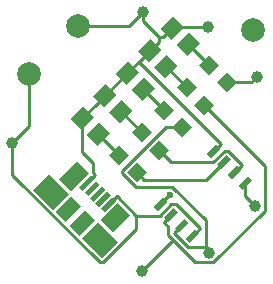
<source format=gbr>
G04 #@! TF.FileFunction,Copper,L1,Top,Signal*
%FSLAX46Y46*%
G04 Gerber Fmt 4.6, Leading zero omitted, Abs format (unit mm)*
G04 Created by KiCad (PCBNEW 0.201509251832+6217~30~ubuntu14.04.1-product) date lun 28 set 2015 23:17:44 CEST*
%MOMM*%
G01*
G04 APERTURE LIST*
%ADD10C,0.200000*%
%ADD11C,1.000760*%
%ADD12C,1.998980*%
%ADD13C,2.000000*%
%ADD14C,0.600000*%
%ADD15C,0.250000*%
G04 APERTURE END LIST*
D10*
D11*
X209550000Y-84836000D03*
D12*
X209308700Y-69977000D03*
D11*
X199974000Y-90398600D03*
X205600000Y-88823800D03*
X209677000Y-73914000D03*
X205549500Y-69672200D03*
X200025000Y-68453000D03*
D13*
X194487800Y-69634100D03*
X190385700Y-73672700D03*
D11*
X188976000Y-79502000D03*
D10*
G36*
X204785495Y-72918231D02*
X205633231Y-72070495D01*
X206480967Y-72918231D01*
X205633231Y-73765967D01*
X204785495Y-72918231D01*
X204785495Y-72918231D01*
G37*
G36*
X206269033Y-74401769D02*
X207116769Y-73554033D01*
X207964505Y-74401769D01*
X207116769Y-75249505D01*
X206269033Y-74401769D01*
X206269033Y-74401769D01*
G37*
G36*
X202880495Y-74823231D02*
X203728231Y-73975495D01*
X204575967Y-74823231D01*
X203728231Y-75670967D01*
X202880495Y-74823231D01*
X202880495Y-74823231D01*
G37*
G36*
X204364033Y-76306769D02*
X205211769Y-75459033D01*
X206059505Y-76306769D01*
X205211769Y-77154505D01*
X204364033Y-76306769D01*
X204364033Y-76306769D01*
G37*
G36*
X200975495Y-76728231D02*
X201823231Y-75880495D01*
X202670967Y-76728231D01*
X201823231Y-77575967D01*
X200975495Y-76728231D01*
X200975495Y-76728231D01*
G37*
G36*
X202459033Y-78211769D02*
X203306769Y-77364033D01*
X204154505Y-78211769D01*
X203306769Y-79059505D01*
X202459033Y-78211769D01*
X202459033Y-78211769D01*
G37*
G36*
X199070495Y-78633231D02*
X199918231Y-77785495D01*
X200765967Y-78633231D01*
X199918231Y-79480967D01*
X199070495Y-78633231D01*
X199070495Y-78633231D01*
G37*
G36*
X200554033Y-80116769D02*
X201401769Y-79269033D01*
X202249505Y-80116769D01*
X201401769Y-80964505D01*
X200554033Y-80116769D01*
X200554033Y-80116769D01*
G37*
G36*
X197165495Y-80538231D02*
X198013231Y-79690495D01*
X198860967Y-80538231D01*
X198013231Y-81385967D01*
X197165495Y-80538231D01*
X197165495Y-80538231D01*
G37*
G36*
X198649033Y-82021769D02*
X199496769Y-81174033D01*
X200344505Y-82021769D01*
X199496769Y-82869505D01*
X198649033Y-82021769D01*
X198649033Y-82021769D01*
G37*
G36*
X204790691Y-87187596D02*
X203982468Y-87995819D01*
X203623257Y-87636608D01*
X204431480Y-86828385D01*
X204790691Y-87187596D01*
X204790691Y-87187596D01*
G37*
G36*
X203892666Y-86289571D02*
X203084443Y-87097794D01*
X202725232Y-86738583D01*
X203533455Y-85930360D01*
X203892666Y-86289571D01*
X203892666Y-86289571D01*
G37*
G36*
X202994640Y-85391545D02*
X202186417Y-86199768D01*
X201827206Y-85840557D01*
X202635429Y-85032334D01*
X202994640Y-85391545D01*
X202994640Y-85391545D01*
G37*
G36*
X202096615Y-84493520D02*
X201288392Y-85301743D01*
X200929181Y-84942532D01*
X201737404Y-84134309D01*
X202096615Y-84493520D01*
X202096615Y-84493520D01*
G37*
G36*
X206586743Y-80003392D02*
X205778520Y-80811615D01*
X205419309Y-80452404D01*
X206227532Y-79644181D01*
X206586743Y-80003392D01*
X206586743Y-80003392D01*
G37*
G36*
X207484768Y-80901417D02*
X206676545Y-81709640D01*
X206317334Y-81350429D01*
X207125557Y-80542206D01*
X207484768Y-80901417D01*
X207484768Y-80901417D01*
G37*
G36*
X208382794Y-81799443D02*
X207574571Y-82607666D01*
X207215360Y-82248455D01*
X208023583Y-81440232D01*
X208382794Y-81799443D01*
X208382794Y-81799443D01*
G37*
G36*
X209280819Y-82697468D02*
X208472596Y-83505691D01*
X208113385Y-83146480D01*
X208921608Y-82338257D01*
X209280819Y-82697468D01*
X209280819Y-82697468D01*
G37*
G36*
X203516105Y-69741435D02*
X202456435Y-70801105D01*
X201536857Y-69881527D01*
X202596527Y-68821857D01*
X203516105Y-69741435D01*
X203516105Y-69741435D01*
G37*
G36*
X204863143Y-71088473D02*
X203803473Y-72148143D01*
X202883895Y-71228565D01*
X203943565Y-70168895D01*
X204863143Y-71088473D01*
X204863143Y-71088473D01*
G37*
G36*
X201611105Y-71646435D02*
X200551435Y-72706105D01*
X199631857Y-71786527D01*
X200691527Y-70726857D01*
X201611105Y-71646435D01*
X201611105Y-71646435D01*
G37*
G36*
X202958143Y-72993473D02*
X201898473Y-74053143D01*
X200978895Y-73133565D01*
X202038565Y-72073895D01*
X202958143Y-72993473D01*
X202958143Y-72993473D01*
G37*
G36*
X199706105Y-73551435D02*
X198646435Y-74611105D01*
X197726857Y-73691527D01*
X198786527Y-72631857D01*
X199706105Y-73551435D01*
X199706105Y-73551435D01*
G37*
G36*
X201053143Y-74898473D02*
X199993473Y-75958143D01*
X199073895Y-75038565D01*
X200133565Y-73978895D01*
X201053143Y-74898473D01*
X201053143Y-74898473D01*
G37*
G36*
X197801105Y-75456435D02*
X196741435Y-76516105D01*
X195821857Y-75596527D01*
X196881527Y-74536857D01*
X197801105Y-75456435D01*
X197801105Y-75456435D01*
G37*
G36*
X199148143Y-76803473D02*
X198088473Y-77863143D01*
X197168895Y-76943565D01*
X198228565Y-75883895D01*
X199148143Y-76803473D01*
X199148143Y-76803473D01*
G37*
G36*
X195896105Y-77361435D02*
X194836435Y-78421105D01*
X193916857Y-77501527D01*
X194976527Y-76441857D01*
X195896105Y-77361435D01*
X195896105Y-77361435D01*
G37*
G36*
X197243143Y-78708473D02*
X196183473Y-79768143D01*
X195263895Y-78848565D01*
X196323565Y-77788895D01*
X197243143Y-78708473D01*
X197243143Y-78708473D01*
G37*
G36*
X192631590Y-85388240D02*
X193973240Y-84046590D01*
X194803016Y-84876366D01*
X193461366Y-86218016D01*
X192631590Y-85388240D01*
X192631590Y-85388240D01*
G37*
G36*
X193816984Y-86573634D02*
X195158634Y-85231984D01*
X195988410Y-86061760D01*
X194646760Y-87403410D01*
X193816984Y-86573634D01*
X193816984Y-86573634D01*
G37*
G36*
X194859592Y-87616242D02*
X196201242Y-86274592D01*
X197880550Y-87953900D01*
X196538900Y-89295550D01*
X194859592Y-87616242D01*
X194859592Y-87616242D01*
G37*
G36*
X190739450Y-83496100D02*
X192081100Y-82154450D01*
X193760408Y-83833758D01*
X192418758Y-85175408D01*
X190739450Y-83496100D01*
X190739450Y-83496100D01*
G37*
G36*
X196412278Y-86061759D02*
X197897612Y-84576425D01*
X198939322Y-85618135D01*
X197453988Y-87103469D01*
X196412278Y-86061759D01*
X196412278Y-86061759D01*
G37*
G36*
X192931531Y-82581012D02*
X194416865Y-81095678D01*
X195458575Y-82137388D01*
X193973241Y-83622722D01*
X192931531Y-82581012D01*
X192931531Y-82581012D01*
G37*
G36*
X194624309Y-83253633D02*
X195599564Y-82278378D01*
X195917465Y-82596279D01*
X194942210Y-83571534D01*
X194624309Y-83253633D01*
X194624309Y-83253633D01*
G37*
G36*
X195084099Y-83713422D02*
X196059354Y-82738167D01*
X196377255Y-83056068D01*
X195402000Y-84031323D01*
X195084099Y-83713422D01*
X195084099Y-83713422D01*
G37*
G36*
X195543888Y-84173211D02*
X196519143Y-83197956D01*
X196837044Y-83515857D01*
X195861789Y-84491112D01*
X195543888Y-84173211D01*
X195543888Y-84173211D01*
G37*
G36*
X196003677Y-84633000D02*
X196978932Y-83657745D01*
X197296833Y-83975646D01*
X196321578Y-84950901D01*
X196003677Y-84633000D01*
X196003677Y-84633000D01*
G37*
G36*
X196463466Y-85092790D02*
X197438721Y-84117535D01*
X197756622Y-84435436D01*
X196781367Y-85410691D01*
X196463466Y-85092790D01*
X196463466Y-85092790D01*
G37*
D14*
X202322800Y-83962600D03*
D15*
X205549500Y-69672200D02*
X202665762Y-69672200D01*
X202665762Y-69672200D02*
X202526481Y-69811481D01*
X194487800Y-69634100D02*
X198843900Y-69634100D01*
X198843900Y-69634100D02*
X200025000Y-68453000D01*
X196811500Y-75526500D02*
X196051700Y-76286300D01*
X194906500Y-80325200D02*
X194906500Y-77431500D01*
X195815500Y-81234200D02*
X194906500Y-80325200D01*
X195815500Y-82034000D02*
X195815500Y-81234200D01*
X194906500Y-77431500D02*
X196051700Y-76286300D01*
X202526500Y-69811500D02*
X201766700Y-70571300D01*
X201381300Y-70956600D02*
X201381400Y-70956600D01*
X201381300Y-70571300D02*
X201381300Y-70956600D01*
X200025000Y-69215000D02*
X201381300Y-70571300D01*
X200025000Y-68453000D02*
X200025000Y-69215000D01*
X201766600Y-70571300D02*
X201766700Y-70571300D01*
X201381300Y-70571300D02*
X201766600Y-70571300D01*
X201381300Y-70956700D02*
X201381400Y-70956600D01*
X200621500Y-71716500D02*
X201381300Y-70956700D01*
X200621500Y-71716500D02*
X199861700Y-72476300D01*
X196811500Y-75526500D02*
X198716500Y-73621500D01*
X206003000Y-80227900D02*
X206637100Y-79593800D01*
X199690700Y-72647300D02*
X206637100Y-79593800D01*
X198716500Y-73621500D02*
X199690700Y-72647300D01*
X199690700Y-72647300D02*
X199861700Y-72476300D01*
X197110100Y-84764100D02*
X197827900Y-84046300D01*
X199478000Y-85696500D02*
X197827900Y-84046300D01*
X195988700Y-82207100D02*
X195815500Y-82034000D01*
X199478000Y-85696500D02*
X201435500Y-85696500D01*
X199478000Y-86837900D02*
X199478000Y-85696500D01*
X196668900Y-89647000D02*
X199478000Y-86837900D01*
X196395300Y-89647000D02*
X196668900Y-89647000D01*
X188976000Y-82227700D02*
X196395300Y-89647000D01*
X201435500Y-85696500D02*
X202442200Y-84689800D01*
X202442200Y-84689800D02*
X202788900Y-84689800D01*
X202788900Y-84689800D02*
X204841100Y-86742000D01*
X204841100Y-86742000D02*
X204841100Y-86778000D01*
X202423000Y-81138000D02*
X201401800Y-80116800D01*
X205990900Y-81138000D02*
X202423000Y-81138000D01*
X206957200Y-80171700D02*
X205990900Y-81138000D01*
X207231500Y-80171700D02*
X206957200Y-80171700D01*
X208433200Y-81373400D02*
X207231500Y-80171700D01*
X208433200Y-81389800D02*
X208433200Y-81373400D01*
X207799100Y-82023900D02*
X208433200Y-81389800D01*
X205351400Y-82675600D02*
X200150600Y-82675600D01*
X206901100Y-81125900D02*
X205351400Y-82675600D01*
X199496800Y-82021800D02*
X200150600Y-82675600D01*
X190385700Y-73672700D02*
X190385700Y-78092300D01*
X190385700Y-78092300D02*
X188976000Y-79502000D01*
X195270900Y-82924900D02*
X195988700Y-82207100D01*
X204207000Y-87412100D02*
X204841100Y-86778000D01*
X188976000Y-79502000D02*
X188976000Y-82227700D01*
X203873519Y-71158519D02*
X205633231Y-72918231D01*
X205446800Y-73368210D02*
X205633231Y-73368210D01*
X201968500Y-73063500D02*
X203728200Y-74823200D01*
X200063500Y-74968500D02*
X201823200Y-76728200D01*
X198158500Y-76873500D02*
X199918200Y-78633200D01*
X196253500Y-78778500D02*
X198013200Y-80538200D01*
X207116769Y-74401769D02*
X209189231Y-74401769D01*
X209189231Y-74401769D02*
X209677000Y-73914000D01*
X202268300Y-83962600D02*
X201512900Y-84718000D01*
X202322800Y-83962600D02*
X202268300Y-83962600D01*
X202589500Y-87783100D02*
X204455581Y-89649181D01*
X204455581Y-89649181D02*
X205996184Y-89649181D01*
X205996184Y-89649181D02*
X210375381Y-85269984D01*
X210375381Y-85269984D02*
X210375381Y-81470381D01*
X210375381Y-81470381D02*
X205706347Y-76801347D01*
X205706347Y-76801347D02*
X205211769Y-76306769D01*
X202589500Y-87783100D02*
X199974000Y-90398600D01*
X202172800Y-87366500D02*
X202589500Y-87783100D01*
X202172800Y-86646200D02*
X202172800Y-87366500D01*
X201776800Y-86250200D02*
X202172800Y-86646200D01*
X202410900Y-85616100D02*
X201776800Y-86250200D01*
X203308900Y-86514100D02*
X202674800Y-87148200D01*
X203879100Y-88352500D02*
X202674800Y-87148200D01*
X205333100Y-88352500D02*
X203879100Y-88352500D01*
X205333100Y-88556900D02*
X205333100Y-88352500D01*
X205600000Y-88823800D02*
X205333100Y-88556900D01*
X201992500Y-78211800D02*
X203306800Y-78211800D01*
X198257800Y-81946500D02*
X201992500Y-78211800D01*
X198257800Y-82115900D02*
X198257800Y-81946500D01*
X199398700Y-83256800D02*
X198257800Y-82115900D01*
X202503700Y-83256800D02*
X199398700Y-83256800D01*
X205333100Y-86086200D02*
X202503700Y-83256800D01*
X205333100Y-88352500D02*
X205333100Y-86086200D01*
X208697102Y-82921974D02*
X208697102Y-83983102D01*
X208697102Y-83983102D02*
X209550000Y-84836000D01*
M02*

</source>
